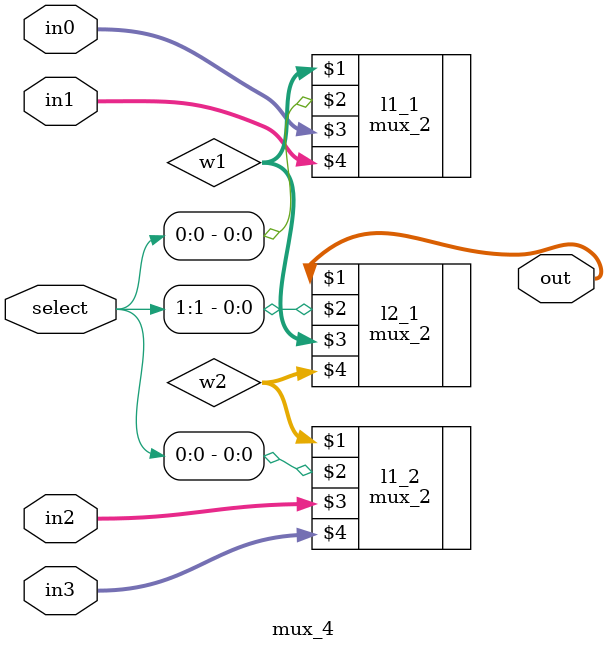
<source format=v>
module mux_4 (
    out,
    select,
    in0,
    in1,
    in2,
    in3
);
    
    input [1:0]select;
    input [31:0] in0, in1, in2, in3;

    output [31:0] out;

    wire [31:0] w1, w2;

    mux_2 l1_1(w1, select[0], in0, in1);
    mux_2 l1_2(w2, select[0], in2, in3);

    mux_2 l2_1(out, select[1], w1, w2);

endmodule
</source>
